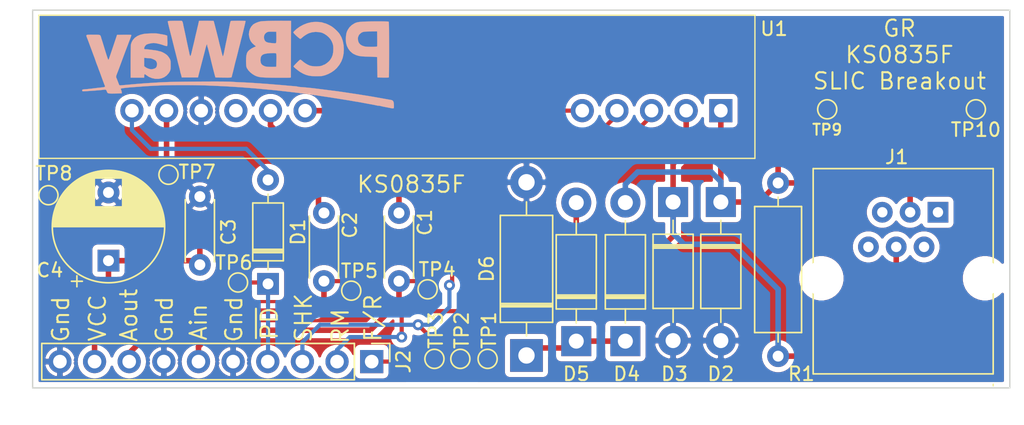
<source format=kicad_pcb>
(kicad_pcb (version 20241229) (generator "pcbnew") (generator_version "9.0")
  (layers (0 "F.Cu" signal) (2 "B.Cu" signal) (13 "F.Paste" user) (15 "B.Paste" user) (5 "F.SilkS" user) (7 "B.SilkS" user) (1 "F.Mask" user) (3 "B.Mask" user) (25 "Edge.Cuts" user))
  (net 0 "")
  (net 1 "GNDREF")
  (net 2 "Net-(C1-Pad2)")
  (net 3 "/Ain")
  (net 4 "/Aout")
  (net 5 "Net-(C2-Pad2)")
  (net 6 "VCC")
  (net 7 "/~{PD}")
  (net 8 "Net-(D1-Pad2)")
  (net 9 "Net-(D2-Pad1)")
  (net 10 "Net-(D3-Pad1)")
  (net 11 "Net-(D4-Pad1)")
  (net 12 "Net-(J1-Pad6)")
  (net 13 "Net-(J1-Pad5)")
  (net 14 "Net-(J1-Pad2)")
  (net 15 "Net-(J1-Pad1)")
  (net 16 "/F_R")
  (net 17 "/RM")
  (net 18 "/SHK")
  (net 19 "Net-(U1-Pad8)")
  (footprint "TestPoint:TestPoint_Pad_D1.0mm" (layer "F.Cu") (at 164.611 107.571)
    (property "Reference" "TP9" (at 0 1.5 0) (layer "F.SilkS") (effects (font (size 0.8 0.8))))
    (property "Value" "TestPoint")
    (pad "1" smd circle (at 0 0) (size 1 1) (layers "F.Cu" "F.Mask") (net 9 "Net-(D2-Pad1)"))
  )
  (footprint "Diode_THT:D_DO-35_SOD27_P7.62mm_Horizontal" (layer "F.Cu") (at 123.611 120.371 90)
    (property "Reference" "D1" (at 3.8 2.2 270) (layer "F.SilkS"))
    (property "Value" "1N4148")
    (pad "1" thru_hole rect (at 0 0 90) (size 1.6 1.6) (drill 0.8) (layers "*.Cu" "*.Mask") (net 7 "/~{PD}"))
    (pad "2" thru_hole oval (at 7.62 0 90) (size 1.6 1.6) (drill 0.8) (layers "*.Cu" "*.Mask") (net 8 "Net-(D1-Pad2)"))
  )
  (footprint "Diode_THT:D_DO-41_SOD81_P10.16mm_Horizontal" (layer "F.Cu") (at 156.811 114.371 -90)
    (property "Reference" "D2" (at 12.6 0 180) (layer "F.SilkS"))
    (property "Value" "1N4004")
    (pad "1" thru_hole rect (at 0 0 270) (size 2.2 2.2) (drill 1.1) (layers "*.Cu" "*.Mask") (net 9 "Net-(D2-Pad1)"))
    (pad "2" thru_hole oval (at 10.16 0 270) (size 2.2 2.2) (drill 1.1) (layers "*.Cu" "*.Mask") (net 1 "GNDREF"))
  )
  (footprint "Diode_THT:D_DO-41_SOD81_P10.16mm_Horizontal" (layer "F.Cu") (at 153.311 114.371 -90)
    (property "Reference" "D3" (at 12.6 -0.1 180) (layer "F.SilkS"))
    (property "Value" "1N4004")
    (pad "1" thru_hole rect (at 0 0 270) (size 2.2 2.2) (drill 1.1) (layers "*.Cu" "*.Mask") (net 10 "Net-(D3-Pad1)"))
    (pad "2" thru_hole oval (at 10.16 0 270) (size 2.2 2.2) (drill 1.1) (layers "*.Cu" "*.Mask") (net 1 "GNDREF"))
  )
  (footprint "Diode_THT:D_DO-41_SOD81_P10.16mm_Horizontal" (layer "F.Cu") (at 146.211 124.571 90)
    (property "Reference" "D5" (at -2.4 0 180) (layer "F.SilkS"))
    (property "Value" "1N4004")
    (pad "1" thru_hole rect (at 0 0 90) (size 2.2 2.2) (drill 1.1) (layers "*.Cu" "*.Mask") (net 11 "Net-(D4-Pad1)"))
    (pad "2" thru_hole oval (at 10.16 0 90) (size 2.2 2.2) (drill 1.1) (layers "*.Cu" "*.Mask") (net 10 "Net-(D3-Pad1)"))
  )
  (footprint "Connector_PinHeader_2.54mm:PinHeader_1x10_P2.54mm_Vertical" (layer "F.Cu") (at 131.211 126.071 -90)
    (property "Reference" "J2" (at 0 -2.33 90) (layer "F.SilkS"))
    (property "Value" "Conn_01x10")
    (pad "1" thru_hole rect (at 0 0 270) (size 1.7 1.7) (drill 1) (layers "*.Cu" "*.Mask") (net 16 "/F_R"))
    (pad "2" thru_hole oval (at 0 2.54 270) (size 1.7 1.7) (drill 1) (layers "*.Cu" "*.Mask") (net 17 "/RM"))
    (pad "3" thru_hole oval (at 0 5.08 270) (size 1.7 1.7) (drill 1) (layers "*.Cu" "*.Mask") (net 18 "/SHK"))
    (pad "4" thru_hole oval (at 0 7.62 270) (size 1.7 1.7) (drill 1) (layers "*.Cu" "*.Mask") (net 7 "/~{PD}"))
    (pad "5" thru_hole oval (at 0 10.16 270) (size 1.7 1.7) (drill 1) (layers "*.Cu" "*.Mask") (net 1 "GNDREF"))
    (pad "6" thru_hole oval (at 0 12.7 270) (size 1.7 1.7) (drill 1) (layers "*.Cu" "*.Mask") (net 3 "/Ain"))
    (pad "7" thru_hole oval (at 0 15.24 270) (size 1.7 1.7) (drill 1) (layers "*.Cu" "*.Mask") (net 1 "GNDREF"))
    (pad "8" thru_hole oval (at 0 17.78 270) (size 1.7 1.7) (drill 1) (layers "*.Cu" "*.Mask") (net 4 "/Aout"))
    (pad "9" thru_hole oval (at 0 20.32 270) (size 1.7 1.7) (drill 1) (layers "*.Cu" "*.Mask") (net 6 "VCC"))
    (pad "10" thru_hole oval (at 0 22.86 270) (size 1.7 1.7) (drill 1) (layers "*.Cu" "*.Mask") (net 1 "GNDREF"))
  )
  (footprint "Resistor_THT:R_Axial_DIN0309_L9.0mm_D3.2mm_P12.70mm_Horizontal" (layer "F.Cu") (at 161.011 125.671 90)
    (property "Reference" "R1" (at -1.3 1.7 180) (layer "F.SilkS"))
    (property "Value" "1 MEG")
    (pad "1" thru_hole circle (at 0 0 90) (size 1.6 1.6) (drill 0.8) (layers "*.Cu" "*.Mask") (net 10 "Net-(D3-Pad1)"))
    (pad "2" thru_hole oval (at 12.7 0 90) (size 1.6 1.6) (drill 0.8) (layers "*.Cu" "*.Mask") (net 9 "Net-(D2-Pad1)"))
  )
  (footprint "TestPoint:TestPoint_Pad_D1.0mm" (layer "F.Cu") (at 139.711 125.871)
    (property "Reference" "TP1" (at 0.1 -2.1 90) (layer "F.SilkS"))
    (property "Value" "TestPoint")
    (pad "1" smd circle (at 0 0) (size 1 1) (layers "F.Cu" "F.Mask") (net 16 "/F_R"))
  )
  (footprint "TestPoint:TestPoint_Pad_D1.0mm" (layer "F.Cu") (at 137.711 125.871)
    (property "Reference" "TP2" (at 0.1 -2.1 90) (layer "F.SilkS"))
    (property "Value" "TestPoint")
    (pad "1" smd circle (at 0 0) (size 1 1) (layers "F.Cu" "F.Mask") (net 17 "/RM"))
  )
  (footprint "TestPoint:TestPoint_Pad_D1.0mm" (layer "F.Cu") (at 135.811 125.871)
    (property "Reference" "TP3" (at 0.1 -2.1 90) (layer "F.SilkS"))
    (property "Value" "TestPoint")
    (pad "1" smd circle (at 0 0) (size 1 1) (layers "F.Cu" "F.Mask") (net 18 "/SHK"))
  )
  (footprint "TestPoint:TestPoint_Pad_D1.0mm" (layer "F.Cu") (at 135.311 120.771)
    (property "Reference" "TP4" (at 0.7 -1.448 0) (layer "F.SilkS"))
    (property "Value" "TestPoint")
    (pad "1" smd circle (at 0 0) (size 1 1) (layers "F.Cu" "F.Mask") (net 3 "/Ain"))
  )
  (footprint "TestPoint:TestPoint_Pad_D1.0mm" (layer "F.Cu") (at 129.711 120.871)
    (property "Reference" "TP5" (at 0.6 -1.448 0) (layer "F.SilkS"))
    (property "Value" "TestPoint")
    (pad "1" smd circle (at 0 0) (size 1 1) (layers "F.Cu" "F.Mask") (net 4 "/Aout"))
  )
  (footprint "TestPoint:TestPoint_Pad_D1.0mm" (layer "F.Cu") (at 121.411 120.271)
    (property "Reference" "TP6" (at -0.3 -1.448 0) (layer "F.SilkS"))
    (property "Value" "TestPoint")
    (pad "1" smd circle (at 0 0) (size 1 1) (layers "F.Cu" "F.Mask") (net 7 "/~{PD}"))
  )
  (footprint "TestPoint:TestPoint_Pad_D1.0mm" (layer "F.Cu") (at 116.311 112.371)
    (property "Reference" "TP7" (at 2.1 -0.2 0) (layer "F.SilkS"))
    (property "Value" "TestPoint")
    (pad "1" smd circle (at 0 0) (size 1 1) (layers "F.Cu" "F.Mask") (net 6 "VCC"))
  )
  (footprint "TestPoint:TestPoint_Pad_D1.0mm" (layer "F.Cu") (at 107.511 113.871)
    (property "Reference" "TP8" (at 0.4 -1.6 0) (layer "F.SilkS"))
    (property "Value" "TestPoint")
    (pad "1" smd circle (at 0 0) (size 1 1) (layers "F.Cu" "F.Mask") (net 1 "GNDREF"))
  )
  (footprint "TestPoint:TestPoint_Pad_D1.0mm" (layer "F.Cu") (at 175.511 107.571)
    (property "Reference" "TP10" (at 0 1.5 0) (layer "F.SilkS"))
    (property "Value" "TestPoint")
    (pad "1" smd circle (at 0 0) (size 1 1) (layers "F.Cu" "F.Mask") (net 10 "Net-(D3-Pad1)"))
  )
  (footprint "footprints:KS0835F" (layer "F.Cu") (at 156.811 107.671 -90)
    (property "Reference" "U1" (at -6 -3.9 180) (layer "F.SilkS"))
    (property "Value" "KS0835F")
    (pad "1" thru_hole rect (at 0 0 270) (size 1.7 1.7) (drill 1) (layers "*.Cu" "*.Mask") (net 9 "Net-(D2-Pad1)"))
    (pad "2" thru_hole oval (at 0 2.54 270) (size 1.7 1.7) (drill 1) (layers "*.Cu" "*.Mask") (net 10 "Net-(D3-Pad1)"))
    (pad "3" thru_hole oval (at 0 5.08 270) (size 1.7 1.7) (drill 1) (layers "*.Cu" "*.Mask") (net 16 "/F_R"))
    (pad "4" thru_hole oval (at 0 7.62 270) (size 1.7 1.7) (drill 1) (layers "*.Cu" "*.Mask") (net 17 "/RM"))
    (pad "5" thru_hole oval (at 0 10.16 270) (size 1.7 1.7) (drill 1) (layers "*.Cu" "*.Mask") (net 18 "/SHK"))
    (pad "6" thru_hole oval (at 0 30.48 270) (size 1.7 1.7) (drill 1) (layers "*.Cu" "*.Mask") (net 2 "Net-(C1-Pad2)"))
    (pad "7" thru_hole oval (at 0 33.02 270) (size 1.7 1.7) (drill 1) (layers "*.Cu" "*.Mask") (net 5 "Net-(C2-Pad2)"))
    (pad "8" thru_hole oval (at 0 35.56 270) (size 1.7 1.7) (drill 1) (layers "*.Cu" "*.Mask") (net 19 "Net-(U1-Pad8)"))
    (pad "9" thru_hole oval (at 0 38.1 270) (size 1.7 1.7) (drill 1) (layers "*.Cu" "*.Mask") (net 1 "GNDREF"))
    (pad "10" thru_hole oval (at 0 40.64 270) (size 1.7 1.7) (drill 1) (layers "*.Cu" "*.Mask") (net 6 "VCC"))
    (pad "11" thru_hole oval (at 0 43.18 270) (size 1.7 1.7) (drill 1) (layers "*.Cu" "*.Mask") (net 8 "Net-(D1-Pad2)"))
  )
  (footprint "Capacitor_THT:C_Disc_D4.3mm_W1.9mm_P5.00mm" (layer "F.Cu") (at 133.211 120.171 90)
    (property "Reference" "C1" (at 4.3 1.9 90) (layer "F.SilkS"))
    (property "Value" "100nF")
    (pad "1" thru_hole circle (at 0 0 90) (size 1.6 1.6) (drill 0.8) (layers "*.Cu" "*.Mask") (net 3 "/Ain"))
    (pad "2" thru_hole circle (at 5 0 90) (size 1.6 1.6) (drill 0.8) (layers "*.Cu" "*.Mask") (net 2 "Net-(C1-Pad2)"))
  )
  (footprint "Capacitor_THT:C_Disc_D4.3mm_W1.9mm_P5.00mm" (layer "F.Cu") (at 127.711 120.171 90)
    (property "Reference" "C2" (at 4.1 1.9 270) (layer "F.SilkS"))
    (property "Value" "100nF")
    (pad "1" thru_hole circle (at 0 0 90) (size 1.6 1.6) (drill 0.8) (layers "*.Cu" "*.Mask") (net 4 "/Aout"))
    (pad "2" thru_hole circle (at 5 0 90) (size 1.6 1.6) (drill 0.8) (layers "*.Cu" "*.Mask") (net 5 "Net-(C2-Pad2)"))
  )
  (footprint "Capacitor_THT:C_Disc_D4.3mm_W1.9mm_P5.00mm" (layer "F.Cu") (at 118.611 118.971 90)
    (property "Reference" "C3" (at 2.4 2.1 270) (layer "F.SilkS"))
    (property "Value" "100nF")
    (pad "1" thru_hole circle (at 0 0 90) (size 1.6 1.6) (drill 0.8) (layers "*.Cu" "*.Mask") (net 6 "VCC"))
    (pad "2" thru_hole circle (at 5 0 90) (size 1.6 1.6) (drill 0.8) (layers "*.Cu" "*.Mask") (net 1 "GNDREF"))
  )
  (footprint "Capacitor_THT:CP_Radial_D8.0mm_P5.00mm" (layer "F.Cu") (at 111.911 118.671 90)
    (property "Reference" "C4" (at -0.7 -4.3 180) (layer "F.SilkS"))
    (property "Value" "10uF 16v")
    (pad "1" thru_hole rect (at 0 0 90) (size 1.6 1.6) (drill 0.8) (layers "*.Cu" "*.Mask") (net 6 "VCC"))
    (pad "2" thru_hole circle (at 5 0 90) (size 1.6 1.6) (drill 0.8) (layers "*.Cu" "*.Mask") (net 1 "GNDREF"))
  )
  (footprint "Diode_THT:D_DO-41_SOD81_P10.16mm_Horizontal" (layer "F.Cu") (at 149.811 124.571 90)
    (property "Reference" "D4" (at -2.4 0.1 180) (layer "F.SilkS"))
    (property "Value" "1N4004")
    (pad "1" thru_hole rect (at 0 0 90) (size 2.2 2.2) (drill 1.1) (layers "*.Cu" "*.Mask") (net 11 "Net-(D4-Pad1)"))
    (pad "2" thru_hole oval (at 10.16 0 90) (size 2.2 2.2) (drill 1.1) (layers "*.Cu" "*.Mask") (net 9 "Net-(D2-Pad1)"))
  )
  (footprint "footprints:RJ_6p6c" (layer "F.Cu") (at 167.011 111.071)
    (property "Reference" "J1" (at 2.7 0 180) (layer "F.SilkS"))
    (property "Value" "RJ")
    (pad "" np_thru_hole circle (at -2.83 8.89) (size 2.5 2.5) (drill 2.5) (layers "*.Cu" "*.Mask"))
    (pad "" np_thru_hole circle (at 9.17 8.89) (size 2.5 2.5) (drill 2.5) (layers "*.Cu" "*.Mask"))
    (pad "1" thru_hole rect (at 5.72 4.05) (size 1.52 1.52) (drill 0.76) (layers "*.Cu" "*.Mask") (net 15 "Net-(J1-Pad1)"))
    (pad "2" thru_hole circle (at 4.7 6.59) (size 1.52 1.52) (drill 0.76) (layers "*.Cu" "*.Mask") (net 14 "Net-(J1-Pad2)"))
    (pad "3" thru_hole circle (at 3.68 4.05) (size 1.52 1.52) (drill 0.76) (layers "*.Cu" "*.Mask") (net 9 "Net-(D2-Pad1)"))
    (pad "4" thru_hole circle (at 2.66 6.59) (size 1.52 1.52) (drill 0.76) (layers "*.Cu" "*.Mask") (net 10 "Net-(D3-Pad1)"))
    (pad "5" thru_hole circle (at 1.64 4.05) (size 1.52 1.52) (drill 0.76) (layers "*.Cu" "*.Mask") (net 13 "Net-(J1-Pad5)"))
    (pad "6" thru_hole circle (at 0.62 6.59) (size 1.52 1.52) (drill 0.76) (layers "*.Cu" "*.Mask") (net 12 "Net-(J1-Pad6)"))
  )
  (footprint "Diode_THT:D_DO-15_P12.70mm_Horizontal" (layer "F.Cu") (at 142.561 125.621 90)
    (property "Reference" "D6" (at 6.35 -2.92 90) (layer "F.SilkS"))
    (property "Value" "P6KE82")
    (pad "1" thru_hole rect (at 0 0 90) (size 2.4 2.4) (drill 1.2) (layers "*.Cu" "*.Mask") (net 11 "Net-(D4-Pad1)"))
    (pad "2" thru_hole oval (at 12.7 0 90) (size 2.4 2.4) (drill 1.2) (layers "*.Cu" "*.Mask") (net 1 "GNDREF"))
  )
  (footprint "_Custom_Footprints:pcb way logo" (layer "B.Cu") (at 121.411 104.971 180)
    (property "Reference" "G***" (hide yes))
    (property "Value" "LOGO" (hide yes))
  )
  (gr_line (start 178 128) (end 178 100.3) (stroke (width 0.1)) (layer "Edge.Cuts"))
  (gr_line (start 178 100.3) (end 106.35 100.3) (stroke (width 0.1)) (layer "Edge.Cuts"))
  (gr_line (start 106.35 100.3) (end 106.35 128) (stroke (width 0.1)) (layer "Edge.Cuts"))
  (gr_line (start 106.35 128) (end 178 128) (stroke (width 0.1)) (layer "Edge.Cuts"))
  (gr_text "GR\nKS0835F\nSLIC Breakout" (at 169.911 103.571 0) (layer "F.SilkS") (effects (font (size 1.2 1.2))))
  (gr_text "KS0835F" (at 134.111 113.071 0) (layer "F.SilkS") (effects (font (size 1.2 1.2))))
  (gr_text "Gnd" (at 108.411 122.971 90) (layer "F.SilkS") (effects (font (size 1.2 1.2))))
  (gr_text "Gnd" (at 116.011 122.971 90) (layer "F.SilkS") (effects (font (size 1.2 1.2))))
  (gr_text "Gnd" (at 121.111 122.971 90) (layer "F.SilkS") (effects (font (size 1.2 1.2))))
  (gr_text "VCC" (at 111.111 122.871 90) (layer "F.SilkS") (effects (font (size 1.2 1.2))))
  (gr_text "Aout\n" (at 113.411 122.671 90) (layer "F.SilkS") (effects (font (size 1.2 1.2))))
  (gr_text "Ain\n" (at 118.511 123.171 90) (layer "F.SilkS") (effects (font (size 1.2 1.2))))
  (gr_text "~{PD}" (at 123.711 123.271 90) (layer "F.SilkS") (effects (font (size 1.2 1.2))))
  (gr_text "SHK" (at 126.211 122.871 90) (layer "F.SilkS") (effects (font (size 1.2 1.2))))
  (gr_text "RM" (at 128.911 123.471 90) (layer "F.SilkS") (effects (font (size 1.2 1.2))))
  (gr_text "F/R" (at 131.311 122.871 90) (layer "F.SilkS") (effects (font (size 1.2 1.2))))
  (segment (start 133.211 111.971) (end 133.211 115.171) (width 0.4064) (layer "F.Cu") (net 2))
  (segment (start 128.911 107.671) (end 133.211 111.971) (width 0.4064) (layer "F.Cu") (net 2))
  (segment (start 126.331 107.671) (end 128.911 107.671) (width 0.4064) (layer "F.Cu") (net 2))
  (segment (start 118.511 124.971) (end 119.711 123.771) (width 0.4064) (layer "F.Cu") (net 3))
  (segment (start 118.511 126.071) (end 118.511 124.971) (width 0.4064) (layer "F.Cu") (net 3))
  (segment (start 119.711 123.771) (end 131.111 123.771) (width 0.4064) (layer "F.Cu") (net 3))
  (segment (start 134.711 120.171) (end 135.311 120.771) (width 0.3048) (layer "F.Cu") (net 3))
  (segment (start 131.111 123.771) (end 133.211 121.671) (width 0.4064) (layer "F.Cu") (net 3))
  (segment (start 133.211 120.171) (end 134.711 120.171) (width 0.3048) (layer "F.Cu") (net 3))
  (segment (start 133.211 121.671) (end 133.211 120.171) (width 0.4064) (layer "F.Cu") (net 3))
  (segment (start 113.431 125.451) (end 116.511 122.371) (width 0.4064) (layer "F.Cu") (net 4))
  (segment (start 127.711 121.771) (end 127.711 120.171) (width 0.4064) (layer "F.Cu") (net 4))
  (segment (start 129.011 120.171) (end 129.711 120.871) (width 0.3048) (layer "F.Cu") (net 4))
  (segment (start 127.111 122.371) (end 127.711 121.771) (width 0.4064) (layer "F.Cu") (net 4))
  (segment (start 116.511 122.371) (end 127.111 122.371) (width 0.4064) (layer "F.Cu") (net 4))
  (segment (start 113.431 126.071) (end 113.431 125.451) (width 0.4064) (layer "F.Cu") (net 4))
  (segment (start 127.711 120.171) (end 129.011 120.171) (width 0.3048) (layer "F.Cu") (net 4))
  (segment (start 123.791 107.671) (end 123.791 108.751) (width 0.4064) (layer "F.Cu") (net 5))
  (segment (start 127.311 114.771) (end 127.711 115.171) (width 0.4064) (layer "F.Cu") (net 5))
  (segment (start 127.311 112.271) (end 127.311 114.771) (width 0.4064) (layer "F.Cu") (net 5))
  (segment (start 123.791 108.751) (end 127.311 112.271) (width 0.4064) (layer "F.Cu") (net 5))
  (segment (start 116.171 112.231) (end 116.311 112.371) (width 0.4064) (layer "F.Cu") (net 6))
  (segment (start 118.611 117.271) (end 118.611 118.971) (width 0.4064) (layer "F.Cu") (net 6))
  (segment (start 118.311 118.671) (end 118.611 118.971) (width 0.4064) (layer "F.Cu") (net 6))
  (segment (start 110.891 121.591) (end 111.911 120.571) (width 0.4064) (layer "F.Cu") (net 6))
  (segment (start 111.911 118.671) (end 118.311 118.671) (width 0.4064) (layer "F.Cu") (net 6))
  (segment (start 110.891 126.071) (end 110.891 121.591) (width 0.4064) (layer "F.Cu") (net 6))
  (segment (start 116.311 112.371) (end 116.311 114.971) (width 0.4064) (layer "F.Cu") (net 6))
  (segment (start 111.911 120.571) (end 111.911 118.671) (width 0.4064) (layer "F.Cu") (net 6))
  (segment (start 116.311 114.971) (end 118.611 117.271) (width 0.4064) (layer "F.Cu") (net 6))
  (segment (start 116.171 107.671) (end 116.171 112.231) (width 0.4064) (layer "F.Cu") (net 6))
  (segment (start 123.511 120.271) (end 123.611 120.371) (width 0.3048) (layer "F.Cu") (net 7))
  (segment (start 121.411 120.271) (end 123.511 120.271) (width 0.3048) (layer "F.Cu") (net 7))
  (segment (start 123.611 126.051) (end 123.591 126.071) (width 0.3048) (layer "B.Cu") (net 7))
  (segment (start 123.611 120.371) (end 123.611 126.051) (width 0.3048) (layer "B.Cu") (net 7))
  (segment (start 115.011 110.471) (end 113.631 109.091) (width 0.3048) (layer "B.Cu") (net 8))
  (segment (start 123.611 112.071) (end 122.011 110.471) (width 0.3048) (layer "B.Cu") (net 8))
  (segment (start 113.631 109.091) (end 113.631 107.671) (width 0.3048) (layer "B.Cu") (net 8))
  (segment (start 122.011 110.471) (end 115.011 110.471) (width 0.3048) (layer "B.Cu") (net 8))
  (segment (start 123.611 112.751) (end 123.611 112.071) (width 0.3048) (layer "B.Cu") (net 8))
  (segment (start 170.011 112.971) (end 170.691 113.651) (width 0.4064) (layer "F.Cu") (net 9))
  (segment (start 161.011 112.971) (end 170.011 112.971) (width 0.4064) (layer "F.Cu") (net 9))
  (segment (start 161.111 112.971) (end 161.011 112.971) (width 0.4064) (layer "F.Cu") (net 9))
  (segment (start 170.691 113.651) (end 170.691 115.121) (width 0.4064) (layer "F.Cu") (net 9))
  (segment (start 164.611 107.571) (end 163.911 107.571) (width 0.4064) (layer "F.Cu") (net 9))
  (segment (start 163.911 107.571) (end 161.011 110.471) (width 0.4064) (layer "F.Cu") (net 9))
  (segment (start 159.611 114.371) (end 161.011 112.971) (width 0.4064) (layer "F.Cu") (net 9))
  (segment (start 156.811 107.671) (end 156.811 114.371) (width 0.4064) (layer "F.Cu") (net 9))
  (segment (start 161.011 110.471) (end 161.011 112.971) (width 0.4064) (layer "F.Cu") (net 9))
  (segment (start 156.811 114.371) (end 159.611 114.371) (width 0.4064) (layer "F.Cu") (net 9))
  (segment (start 149.811 113.071) (end 149.811 114.411) (width 0.4064) (layer "B.Cu") (net 9))
  (segment (start 156.111 112.171) (end 150.711 112.171) (width 0.4064) (layer "B.Cu") (net 9))
  (segment (start 156.811 114.371) (end 156.811 112.871) (width 0.4064) (layer "B.Cu") (net 9))
  (segment (start 150.711 112.171) (end 149.811 113.071) (width 0.4064) (layer "B.Cu") (net 9))
  (segment (start 156.811 112.871) (end 156.111 112.171) (width 0.4064) (layer "B.Cu") (net 9))
  (segment (start 153.311 114.371) (end 153.311 111.571) (width 0.4064) (layer "F.Cu") (net 10))
  (segment (start 154.271 110.611) (end 154.271 107.671) (width 0.4064) (layer "F.Cu") (net 10))
  (segment (start 146.211 114.411) (end 146.211 116.971) (width 0.4064) (layer "F.Cu") (net 10))
  (segment (start 172.971 119.711) (end 169.671 119.711) (width 0.4064) (layer "F.Cu") (net 10))
  (segment (start 161.011 125.671) (end 166.711 125.671) (width 0.4064) (layer "F.Cu") (net 10))
  (segment (start 175.511 117.171) (end 172.971 119.711) (width 0.4064) (layer "F.Cu") (net 10))
  (segment (start 166.711 125.671) (end 169.671 122.711) (width 0.4064) (layer "F.Cu") (net 10))
  (segment (start 153.311 111.571) (end 154.271 110.611) (width 0.4064) (layer "F.Cu") (net 10))
  (segment (start 169.671 119.711) (end 169.671 117.661) (width 0.4064) (layer "F.Cu") (net 10))
  (segment (start 147.011 117.771) (end 152.411 117.771) (width 0.4064) (layer "F.Cu") (net 10))
  (segment (start 153.311 116.871) (end 153.311 114.371) (width 0.4064) (layer "F.Cu") (net 10))
  (segment (start 146.211 116.971) (end 147.011 117.771) (width 0.4064) (layer "F.Cu") (net 10))
  (segment (start 169.671 122.711) (end 169.671 119.711) (width 0.4064) (layer "F.Cu") (net 10))
  (segment (start 152.411 117.771) (end 153.311 116.871) (width 0.4064) (layer "F.Cu") (net 10))
  (segment (start 175.511 107.571) (end 175.511 117.171) (width 0.4064) (layer "F.Cu") (net 10))
  (segment (start 161.011 125.671) (end 161.011 120.771) (width 0.4064) (layer "B.Cu") (net 10))
  (segment (start 161.011 120.771) (end 157.711 117.471) (width 0.4064) (layer "B.Cu") (net 10))
  (segment (start 154.111 117.471) (end 153.311 116.671) (width 0.4064) (layer "B.Cu") (net 10))
  (segment (start 153.311 116.671) (end 153.311 114.371) (width 0.4064) (layer "B.Cu") (net 10))
  (segment (start 157.711 117.471) (end 154.111 117.471) (width 0.4064) (layer "B.Cu") (net 10))
  (segment (start 145.711 125.071) (end 146.211 124.571) (width 0.4064) (layer "F.Cu") (net 11))
  (segment (start 142.561 125.621) (end 143.111 125.071) (width 0.4064) (layer "F.Cu") (net 11))
  (segment (start 149.811 124.571) (end 146.211 124.571) (width 0.4064) (layer "F.Cu") (net 11))
  (segment (start 143.111 125.071) (end 145.711 125.071) (width 0.4064) (layer "F.Cu") (net 11))
  (segment (start 151.731 108.051) (end 149.111 110.671) (width 0.3048) (layer "F.Cu") (net 16))
  (segment (start 141.361 110.671) (end 139.711 112.321) (width 0.3048) (layer "F.Cu") (net 16))
  (segment (start 131.211 126.071) (end 133.211 126.071) (width 0.3048) (layer "F.Cu") (net 16))
  (segment (start 138.211 127.371) (end 139.711 125.871) (width 0.3048) (layer "F.Cu") (net 16))
  (segment (start 133.211 126.071) (end 134.511 127.371) (width 0.3048) (layer "F.Cu") (net 16))
  (segment (start 151.731 107.671) (end 151.731 108.051) (width 0.3048) (layer "F.Cu") (net 16))
  (segment (start 134.511 127.371) (end 138.211 127.371) (width 0.3048) (layer "F.Cu") (net 16))
  (segment (start 149.111 110.671) (end 141.361 110.671) (width 0.3048) (layer "F.Cu") (net 16))
  (segment (start 139.711 112.321) (end 139.711 125.871) (width 0.3048) (layer "F.Cu") (net 16))
  (segment (start 133.411 122.771) (end 133.811 122.371) (width 0.3048) (layer "F.Cu") (net 17))
  (segment (start 133.411 124.271) (end 133.411 122.771) (width 0.3048) (layer "F.Cu") (net 17))
  (segment (start 149.191 107.991) (end 147.861 109.321) (width 0.3048) (layer "F.Cu") (net 17))
  (segment (start 147.861 109.321) (end 140.911 109.321) (width 0.3048) (layer "F.Cu") (net 17))
  (segment (start 140.911 109.321) (end 138.211 112.021) (width 0.3048) (layer "F.Cu") (net 17))
  (segment (start 149.191 107.671) (end 149.191 107.991) (width 0.3048) (layer "F.Cu") (net 17))
  (segment (start 137.711 124.771) (end 137.711 125.871) (width 0.3048) (layer "F.Cu") (net 17))
  (segment (start 138.211 112.021) (end 138.211 122.271) (width 0.3048) (layer "F.Cu") (net 17))
  (segment (start 138.111 122.371) (end 138.211 122.271) (width 0.3048) (layer "F.Cu") (net 17))
  (segment (start 138.211 124.371) (end 137.711 124.871) (width 0.3048) (layer "F.Cu") (net 17))
  (segment (start 138.211 122.271) (end 138.211 124.371) (width 0.3048) (layer "F.Cu") (net 17))
  (segment (start 133.811 122.371) (end 138.111 122.371) (width 0.3048) (layer "F.Cu") (net 17))
  (segment (start 137.711 124.871) (end 137.711 125.871) (width 0.3048) (layer "F.Cu") (net 17))
  (via (at 133.411 124.271) (size 0.8) (drill 0.4) (layers "F.Cu" "B.Cu") (net 17))
  (segment (start 128.671 126.071) (end 128.671 125.211) (width 0.3048) (layer "B.Cu") (net 17))
  (segment (start 129.611 124.271) (end 133.411 124.271) (width 0.3048) (layer "B.Cu") (net 17))
  (segment (start 128.671 125.211) (end 129.611 124.271) (width 0.3048) (layer "B.Cu") (net 17))
  (segment (start 140.461 107.671) (end 146.651 107.671) (width 0.3048) (layer "F.Cu") (net 18))
  (segment (start 134.611 123.371) (end 135.811 124.571) (width 0.3048) (layer "F.Cu") (net 18))
  (segment (start 137.111 120.271) (end 137.111 111.021) (width 0.3048) (layer "F.Cu") (net 18))
  (segment (start 135.811 124.571) (end 135.811 125.871) (width 0.3048) (layer "F.Cu") (net 18))
  (segment (start 137.111 111.021) (end 140.461 107.671) (width 0.3048) (layer "F.Cu") (net 18))
  (segment (start 136.911 120.471) (end 137.111 120.271) (width 0.3048) (layer "F.Cu") (net 18))
  (via (at 136.911 120.471) (size 0.8) (drill 0.4) (layers "F.Cu" "B.Cu") (net 18))
  (via (at 134.611 123.371) (size 0.8) (drill 0.4) (layers "F.Cu" "B.Cu") (net 18))
  (segment (start 126.131 124.651) (end 126.131 126.071) (width 0.3048) (layer "B.Cu") (net 18))
  (segment (start 136.911 120.471) (end 136.911 122.071) (width 0.3048) (layer "B.Cu") (net 18))
  (segment (start 136.911 122.071) (end 135.611 123.371) (width 0.3048) (layer "B.Cu") (net 18))
  (segment (start 134.611 123.371) (end 127.411 123.371) (width 0.3048) (layer "B.Cu") (net 18))
  (segment (start 127.411 123.371) (end 126.131 124.651) (width 0.3048) (layer "B.Cu") (net 18))
  (segment (start 135.611 123.371) (end 134.611 123.371) (width 0.3048) (layer "B.Cu") (net 18))
  (zone (net 1) (net_name "GNDREF") (layer "F.Cu") (connect_pads (clearance 0.381)) (min_thickness 0.2032) (fill yes (thermal_gap 0.254) (thermal_bridge_width 0.4064))
    (polygon (pts (xy 104.849611 99.807042) (xy 178.293679 99.669889) (xy 178.528322 128.472111) (xy 105.096954 128.494964)))
  )
  (zone (net 1) (net_name "GNDREF") (layer "B.Cu") (connect_pads (clearance 0.381)) (min_thickness 0.2032) (fill yes (thermal_gap 0.254) (thermal_bridge_width 0.4064))
    (polygon (pts (xy 105.055684 99.557364) (xy 178.343374 99.834434) (xy 178.678626 128.707566) (xy 105.332516 128.560036)))
  )
)
</source>
